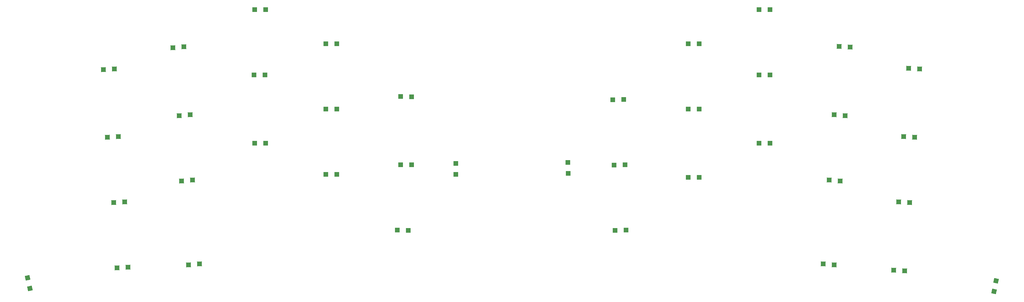
<source format=gbp>
%TF.GenerationSoftware,KiCad,Pcbnew,9.0.2*%
%TF.CreationDate,2025-07-04T08:31:17-06:00*%
%TF.ProjectId,Orcus,4f726375-732e-46b6-9963-61645f706362,rev?*%
%TF.SameCoordinates,Original*%
%TF.FileFunction,Paste,Bot*%
%TF.FilePolarity,Positive*%
%FSLAX46Y46*%
G04 Gerber Fmt 4.6, Leading zero omitted, Abs format (unit mm)*
G04 Created by KiCad (PCBNEW 9.0.2) date 2025-07-04 08:31:17*
%MOMM*%
%LPD*%
G01*
G04 APERTURE LIST*
G04 Aperture macros list*
%AMRotRect*
0 Rectangle, with rotation*
0 The origin of the aperture is its center*
0 $1 length*
0 $2 width*
0 $3 Rotation angle, in degrees counterclockwise*
0 Add horizontal line*
21,1,$1,$2,0,0,$3*%
G04 Aperture macros list end*
%ADD10RotRect,1.200000X1.200000X184.000000*%
%ADD11R,1.200000X1.200000*%
%ADD12RotRect,1.200000X1.200000X78.000000*%
%ADD13RotRect,1.200000X1.200000X176.000000*%
%ADD14RotRect,1.200000X1.200000X181.000000*%
%ADD15RotRect,1.200000X1.200000X179.000000*%
%ADD16RotRect,1.200000X1.200000X91.000000*%
%ADD17RotRect,1.200000X1.200000X269.000000*%
%ADD18RotRect,1.200000X1.200000X282.000000*%
G04 APERTURE END LIST*
D10*
%TO.C,D25*%
X47434090Y-68164841D03*
X44640910Y-68360159D03*
%TD*%
D11*
%TO.C,D13*%
X195321726Y-78581250D03*
X192521726Y-78581250D03*
%TD*%
D10*
%TO.C,D26*%
X65690340Y-62608591D03*
X62897160Y-62803909D03*
%TD*%
D12*
%TO.C,D19*%
X270377674Y-107731907D03*
X270959826Y-104993093D03*
%TD*%
D13*
%TO.C,D4*%
X233761753Y-45341409D03*
X230968573Y-45146091D03*
%TD*%
D11*
%TO.C,D27*%
X84743750Y-52387500D03*
X81943750Y-52387500D03*
%TD*%
D14*
%TO.C,D1*%
X176098292Y-58713067D03*
X173298718Y-58761933D03*
%TD*%
D11*
%TO.C,D33*%
X84931250Y-69850000D03*
X82131250Y-69850000D03*
%TD*%
D14*
%TO.C,D12*%
X176726578Y-92050567D03*
X173927004Y-92099433D03*
%TD*%
D15*
%TO.C,D35*%
X121256037Y-92099433D03*
X118456463Y-92050567D03*
%TD*%
%TO.C,D29*%
X122049787Y-75406249D03*
X119250213Y-75357383D03*
%TD*%
D13*
%TO.C,D11*%
X250148384Y-68360159D03*
X247355204Y-68164841D03*
%TD*%
%TO.C,D18*%
X247637152Y-102491409D03*
X244843972Y-102296091D03*
%TD*%
D11*
%TO.C,D2*%
X195321726Y-44450000D03*
X192521726Y-44450000D03*
%TD*%
%TO.C,D8*%
X195321726Y-61118750D03*
X192521726Y-61118750D03*
%TD*%
D10*
%TO.C,D37*%
X49815340Y-101502341D03*
X47022160Y-101697659D03*
%TD*%
D11*
%TO.C,D3*%
X213321726Y-35718750D03*
X210521726Y-35718750D03*
%TD*%
D10*
%TO.C,D21*%
X64102840Y-45243750D03*
X61309660Y-45439068D03*
%TD*%
%TO.C,D20*%
X46396590Y-50902341D03*
X43603410Y-51097659D03*
%TD*%
%TO.C,D38*%
X68071590Y-100708591D03*
X65278410Y-100903909D03*
%TD*%
%TO.C,D32*%
X66296590Y-79277341D03*
X63503410Y-79472659D03*
%TD*%
D13*
%TO.C,D10*%
X232506136Y-62803909D03*
X229712956Y-62608591D03*
%TD*%
%TO.C,D15*%
X231250519Y-79472659D03*
X228457339Y-79277341D03*
%TD*%
D11*
%TO.C,D22*%
X84931250Y-35718750D03*
X82131250Y-35718750D03*
%TD*%
D10*
%TO.C,D31*%
X49021590Y-84833591D03*
X46228410Y-85028909D03*
%TD*%
D13*
%TO.C,D17*%
X229681000Y-100903909D03*
X226887820Y-100708591D03*
%TD*%
%TO.C,D16*%
X248892769Y-85028909D03*
X246099589Y-84833591D03*
%TD*%
D11*
%TO.C,D14*%
X213321726Y-69850000D03*
X210521726Y-69850000D03*
%TD*%
D15*
%TO.C,D24*%
X122049787Y-57968183D03*
X119250213Y-57919317D03*
%TD*%
D11*
%TO.C,D28*%
X103000000Y-61118750D03*
X100200000Y-61118750D03*
%TD*%
D13*
%TO.C,D5*%
X251404001Y-50897659D03*
X248610821Y-50702341D03*
%TD*%
D11*
%TO.C,D9*%
X213321726Y-52387500D03*
X210521726Y-52387500D03*
%TD*%
%TO.C,D23*%
X103000000Y-44450000D03*
X100200000Y-44450000D03*
%TD*%
D14*
%TO.C,D7*%
X176412435Y-75381817D03*
X173612861Y-75430683D03*
%TD*%
D16*
%TO.C,D6*%
X161949433Y-77599787D03*
X161900567Y-74800213D03*
%TD*%
D17*
%TO.C,D30*%
X133350000Y-74987926D03*
X133301134Y-77787500D03*
%TD*%
D18*
%TO.C,D36*%
X24315174Y-104199343D03*
X24897326Y-106938157D03*
%TD*%
D11*
%TO.C,D34*%
X103000000Y-77787500D03*
X100200000Y-77787500D03*
%TD*%
M02*

</source>
